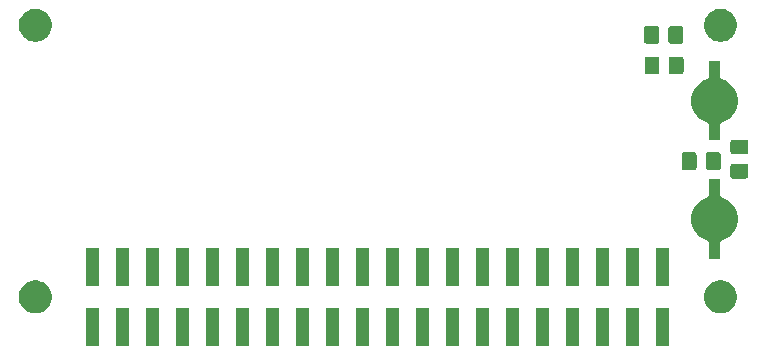
<source format=gbr>
G04 #@! TF.GenerationSoftware,KiCad,Pcbnew,5.1.0*
G04 #@! TF.CreationDate,2019-12-31T07:13:36-05:00*
G04 #@! TF.ProjectId,Capacitive_Touch_Lid,43617061-6369-4746-9976-655f546f7563,rev?*
G04 #@! TF.SameCoordinates,Original*
G04 #@! TF.FileFunction,Soldermask,Top*
G04 #@! TF.FilePolarity,Negative*
%FSLAX46Y46*%
G04 Gerber Fmt 4.6, Leading zero omitted, Abs format (unit mm)*
G04 Created by KiCad (PCBNEW 5.1.0) date 2019-12-31 07:13:36*
%MOMM*%
%LPD*%
G04 APERTURE LIST*
%ADD10C,0.100000*%
G04 APERTURE END LIST*
D10*
G36*
X139681000Y-108751000D02*
G01*
X138579000Y-108751000D01*
X138579000Y-105499000D01*
X139681000Y-105499000D01*
X139681000Y-108751000D01*
X139681000Y-108751000D01*
G37*
G36*
X114281000Y-108751000D02*
G01*
X113179000Y-108751000D01*
X113179000Y-105499000D01*
X114281000Y-105499000D01*
X114281000Y-108751000D01*
X114281000Y-108751000D01*
G37*
G36*
X91421000Y-108751000D02*
G01*
X90319000Y-108751000D01*
X90319000Y-105499000D01*
X91421000Y-105499000D01*
X91421000Y-108751000D01*
X91421000Y-108751000D01*
G37*
G36*
X93961000Y-108751000D02*
G01*
X92859000Y-108751000D01*
X92859000Y-105499000D01*
X93961000Y-105499000D01*
X93961000Y-108751000D01*
X93961000Y-108751000D01*
G37*
G36*
X96501000Y-108751000D02*
G01*
X95399000Y-108751000D01*
X95399000Y-105499000D01*
X96501000Y-105499000D01*
X96501000Y-108751000D01*
X96501000Y-108751000D01*
G37*
G36*
X99041000Y-108751000D02*
G01*
X97939000Y-108751000D01*
X97939000Y-105499000D01*
X99041000Y-105499000D01*
X99041000Y-108751000D01*
X99041000Y-108751000D01*
G37*
G36*
X101581000Y-108751000D02*
G01*
X100479000Y-108751000D01*
X100479000Y-105499000D01*
X101581000Y-105499000D01*
X101581000Y-108751000D01*
X101581000Y-108751000D01*
G37*
G36*
X104121000Y-108751000D02*
G01*
X103019000Y-108751000D01*
X103019000Y-105499000D01*
X104121000Y-105499000D01*
X104121000Y-108751000D01*
X104121000Y-108751000D01*
G37*
G36*
X106661000Y-108751000D02*
G01*
X105559000Y-108751000D01*
X105559000Y-105499000D01*
X106661000Y-105499000D01*
X106661000Y-108751000D01*
X106661000Y-108751000D01*
G37*
G36*
X109201000Y-108751000D02*
G01*
X108099000Y-108751000D01*
X108099000Y-105499000D01*
X109201000Y-105499000D01*
X109201000Y-108751000D01*
X109201000Y-108751000D01*
G37*
G36*
X111741000Y-108751000D02*
G01*
X110639000Y-108751000D01*
X110639000Y-105499000D01*
X111741000Y-105499000D01*
X111741000Y-108751000D01*
X111741000Y-108751000D01*
G37*
G36*
X119361000Y-108751000D02*
G01*
X118259000Y-108751000D01*
X118259000Y-105499000D01*
X119361000Y-105499000D01*
X119361000Y-108751000D01*
X119361000Y-108751000D01*
G37*
G36*
X121901000Y-108751000D02*
G01*
X120799000Y-108751000D01*
X120799000Y-105499000D01*
X121901000Y-105499000D01*
X121901000Y-108751000D01*
X121901000Y-108751000D01*
G37*
G36*
X124441000Y-108751000D02*
G01*
X123339000Y-108751000D01*
X123339000Y-105499000D01*
X124441000Y-105499000D01*
X124441000Y-108751000D01*
X124441000Y-108751000D01*
G37*
G36*
X126981000Y-108751000D02*
G01*
X125879000Y-108751000D01*
X125879000Y-105499000D01*
X126981000Y-105499000D01*
X126981000Y-108751000D01*
X126981000Y-108751000D01*
G37*
G36*
X129521000Y-108751000D02*
G01*
X128419000Y-108751000D01*
X128419000Y-105499000D01*
X129521000Y-105499000D01*
X129521000Y-108751000D01*
X129521000Y-108751000D01*
G37*
G36*
X132061000Y-108751000D02*
G01*
X130959000Y-108751000D01*
X130959000Y-105499000D01*
X132061000Y-105499000D01*
X132061000Y-108751000D01*
X132061000Y-108751000D01*
G37*
G36*
X134601000Y-108751000D02*
G01*
X133499000Y-108751000D01*
X133499000Y-105499000D01*
X134601000Y-105499000D01*
X134601000Y-108751000D01*
X134601000Y-108751000D01*
G37*
G36*
X137141000Y-108751000D02*
G01*
X136039000Y-108751000D01*
X136039000Y-105499000D01*
X137141000Y-105499000D01*
X137141000Y-108751000D01*
X137141000Y-108751000D01*
G37*
G36*
X116821000Y-108751000D02*
G01*
X115719000Y-108751000D01*
X115719000Y-105499000D01*
X116821000Y-105499000D01*
X116821000Y-108751000D01*
X116821000Y-108751000D01*
G37*
G36*
X86318433Y-103234893D02*
G01*
X86408657Y-103252839D01*
X86514267Y-103296585D01*
X86663621Y-103358449D01*
X86663622Y-103358450D01*
X86893086Y-103511772D01*
X87088228Y-103706914D01*
X87190675Y-103860237D01*
X87241551Y-103936379D01*
X87347161Y-104191344D01*
X87401000Y-104462012D01*
X87401000Y-104737988D01*
X87347161Y-105008656D01*
X87241551Y-105263621D01*
X87241550Y-105263622D01*
X87088228Y-105493086D01*
X86893086Y-105688228D01*
X86739763Y-105790675D01*
X86663621Y-105841551D01*
X86514267Y-105903415D01*
X86408657Y-105947161D01*
X86318433Y-105965107D01*
X86137988Y-106001000D01*
X85862012Y-106001000D01*
X85681567Y-105965107D01*
X85591343Y-105947161D01*
X85485733Y-105903415D01*
X85336379Y-105841551D01*
X85260237Y-105790675D01*
X85106914Y-105688228D01*
X84911772Y-105493086D01*
X84758450Y-105263622D01*
X84758449Y-105263621D01*
X84652839Y-105008656D01*
X84599000Y-104737988D01*
X84599000Y-104462012D01*
X84652839Y-104191344D01*
X84758449Y-103936379D01*
X84809325Y-103860237D01*
X84911772Y-103706914D01*
X85106914Y-103511772D01*
X85336378Y-103358450D01*
X85336379Y-103358449D01*
X85485733Y-103296585D01*
X85591343Y-103252839D01*
X85681567Y-103234893D01*
X85862012Y-103199000D01*
X86137988Y-103199000D01*
X86318433Y-103234893D01*
X86318433Y-103234893D01*
G37*
G36*
X144318433Y-103234893D02*
G01*
X144408657Y-103252839D01*
X144514267Y-103296585D01*
X144663621Y-103358449D01*
X144663622Y-103358450D01*
X144893086Y-103511772D01*
X145088228Y-103706914D01*
X145190675Y-103860237D01*
X145241551Y-103936379D01*
X145347161Y-104191344D01*
X145401000Y-104462012D01*
X145401000Y-104737988D01*
X145347161Y-105008656D01*
X145241551Y-105263621D01*
X145241550Y-105263622D01*
X145088228Y-105493086D01*
X144893086Y-105688228D01*
X144739763Y-105790675D01*
X144663621Y-105841551D01*
X144514267Y-105903415D01*
X144408657Y-105947161D01*
X144318433Y-105965107D01*
X144137988Y-106001000D01*
X143862012Y-106001000D01*
X143681567Y-105965107D01*
X143591343Y-105947161D01*
X143485733Y-105903415D01*
X143336379Y-105841551D01*
X143260237Y-105790675D01*
X143106914Y-105688228D01*
X142911772Y-105493086D01*
X142758450Y-105263622D01*
X142758449Y-105263621D01*
X142652839Y-105008656D01*
X142599000Y-104737988D01*
X142599000Y-104462012D01*
X142652839Y-104191344D01*
X142758449Y-103936379D01*
X142809325Y-103860237D01*
X142911772Y-103706914D01*
X143106914Y-103511772D01*
X143336378Y-103358450D01*
X143336379Y-103358449D01*
X143485733Y-103296585D01*
X143591343Y-103252839D01*
X143681567Y-103234893D01*
X143862012Y-103199000D01*
X144137988Y-103199000D01*
X144318433Y-103234893D01*
X144318433Y-103234893D01*
G37*
G36*
X91421000Y-103701000D02*
G01*
X90319000Y-103701000D01*
X90319000Y-100449000D01*
X91421000Y-100449000D01*
X91421000Y-103701000D01*
X91421000Y-103701000D01*
G37*
G36*
X93961000Y-103701000D02*
G01*
X92859000Y-103701000D01*
X92859000Y-100449000D01*
X93961000Y-100449000D01*
X93961000Y-103701000D01*
X93961000Y-103701000D01*
G37*
G36*
X96501000Y-103701000D02*
G01*
X95399000Y-103701000D01*
X95399000Y-100449000D01*
X96501000Y-100449000D01*
X96501000Y-103701000D01*
X96501000Y-103701000D01*
G37*
G36*
X99041000Y-103701000D02*
G01*
X97939000Y-103701000D01*
X97939000Y-100449000D01*
X99041000Y-100449000D01*
X99041000Y-103701000D01*
X99041000Y-103701000D01*
G37*
G36*
X139681000Y-103701000D02*
G01*
X138579000Y-103701000D01*
X138579000Y-100449000D01*
X139681000Y-100449000D01*
X139681000Y-103701000D01*
X139681000Y-103701000D01*
G37*
G36*
X109201000Y-103701000D02*
G01*
X108099000Y-103701000D01*
X108099000Y-100449000D01*
X109201000Y-100449000D01*
X109201000Y-103701000D01*
X109201000Y-103701000D01*
G37*
G36*
X137141000Y-103701000D02*
G01*
X136039000Y-103701000D01*
X136039000Y-100449000D01*
X137141000Y-100449000D01*
X137141000Y-103701000D01*
X137141000Y-103701000D01*
G37*
G36*
X134601000Y-103701000D02*
G01*
X133499000Y-103701000D01*
X133499000Y-100449000D01*
X134601000Y-100449000D01*
X134601000Y-103701000D01*
X134601000Y-103701000D01*
G37*
G36*
X132061000Y-103701000D02*
G01*
X130959000Y-103701000D01*
X130959000Y-100449000D01*
X132061000Y-100449000D01*
X132061000Y-103701000D01*
X132061000Y-103701000D01*
G37*
G36*
X129521000Y-103701000D02*
G01*
X128419000Y-103701000D01*
X128419000Y-100449000D01*
X129521000Y-100449000D01*
X129521000Y-103701000D01*
X129521000Y-103701000D01*
G37*
G36*
X124441000Y-103701000D02*
G01*
X123339000Y-103701000D01*
X123339000Y-100449000D01*
X124441000Y-100449000D01*
X124441000Y-103701000D01*
X124441000Y-103701000D01*
G37*
G36*
X121901000Y-103701000D02*
G01*
X120799000Y-103701000D01*
X120799000Y-100449000D01*
X121901000Y-100449000D01*
X121901000Y-103701000D01*
X121901000Y-103701000D01*
G37*
G36*
X104121000Y-103701000D02*
G01*
X103019000Y-103701000D01*
X103019000Y-100449000D01*
X104121000Y-100449000D01*
X104121000Y-103701000D01*
X104121000Y-103701000D01*
G37*
G36*
X106661000Y-103701000D02*
G01*
X105559000Y-103701000D01*
X105559000Y-100449000D01*
X106661000Y-100449000D01*
X106661000Y-103701000D01*
X106661000Y-103701000D01*
G37*
G36*
X111741000Y-103701000D02*
G01*
X110639000Y-103701000D01*
X110639000Y-100449000D01*
X111741000Y-100449000D01*
X111741000Y-103701000D01*
X111741000Y-103701000D01*
G37*
G36*
X114281000Y-103701000D02*
G01*
X113179000Y-103701000D01*
X113179000Y-100449000D01*
X114281000Y-100449000D01*
X114281000Y-103701000D01*
X114281000Y-103701000D01*
G37*
G36*
X116821000Y-103701000D02*
G01*
X115719000Y-103701000D01*
X115719000Y-100449000D01*
X116821000Y-100449000D01*
X116821000Y-103701000D01*
X116821000Y-103701000D01*
G37*
G36*
X101581000Y-103701000D02*
G01*
X100479000Y-103701000D01*
X100479000Y-100449000D01*
X101581000Y-100449000D01*
X101581000Y-103701000D01*
X101581000Y-103701000D01*
G37*
G36*
X119361000Y-103701000D02*
G01*
X118259000Y-103701000D01*
X118259000Y-100449000D01*
X119361000Y-100449000D01*
X119361000Y-103701000D01*
X119361000Y-103701000D01*
G37*
G36*
X126981000Y-103701000D02*
G01*
X125879000Y-103701000D01*
X125879000Y-100449000D01*
X126981000Y-100449000D01*
X126981000Y-103701000D01*
X126981000Y-103701000D01*
G37*
G36*
X143996000Y-96010180D02*
G01*
X143998402Y-96034566D01*
X144005515Y-96058015D01*
X144017066Y-96079626D01*
X144032611Y-96098568D01*
X144051553Y-96114113D01*
X144073164Y-96125664D01*
X144424143Y-96271045D01*
X144424145Y-96271046D01*
X144743690Y-96484559D01*
X145015441Y-96756310D01*
X145228954Y-97075855D01*
X145228955Y-97075857D01*
X145376025Y-97430915D01*
X145451000Y-97807842D01*
X145451000Y-98192158D01*
X145376025Y-98569085D01*
X145228955Y-98924143D01*
X145228954Y-98924145D01*
X145015441Y-99243690D01*
X144743690Y-99515441D01*
X144424145Y-99728954D01*
X144424144Y-99728955D01*
X144424143Y-99728955D01*
X144073164Y-99874336D01*
X144051553Y-99885887D01*
X144032611Y-99901432D01*
X144017066Y-99920374D01*
X144005515Y-99941985D01*
X143998402Y-99965434D01*
X143996000Y-99989820D01*
X143996000Y-101351000D01*
X143004000Y-101351000D01*
X143004000Y-99989820D01*
X143001598Y-99965434D01*
X142994485Y-99941985D01*
X142982934Y-99920374D01*
X142967389Y-99901432D01*
X142948447Y-99885887D01*
X142926836Y-99874336D01*
X142575857Y-99728955D01*
X142575856Y-99728955D01*
X142575855Y-99728954D01*
X142256310Y-99515441D01*
X141984559Y-99243690D01*
X141771046Y-98924145D01*
X141771045Y-98924143D01*
X141623975Y-98569085D01*
X141549000Y-98192158D01*
X141549000Y-97807842D01*
X141623975Y-97430915D01*
X141771045Y-97075857D01*
X141771046Y-97075855D01*
X141984559Y-96756310D01*
X142256310Y-96484559D01*
X142575855Y-96271046D01*
X142575857Y-96271045D01*
X142926836Y-96125664D01*
X142948447Y-96114113D01*
X142967389Y-96098568D01*
X142982934Y-96079626D01*
X142994485Y-96058015D01*
X143001598Y-96034566D01*
X143004000Y-96010180D01*
X143004000Y-94649000D01*
X143996000Y-94649000D01*
X143996000Y-96010180D01*
X143996000Y-96010180D01*
G37*
G36*
X146188674Y-93328464D02*
G01*
X146226367Y-93339898D01*
X146261103Y-93358465D01*
X146291548Y-93383451D01*
X146316534Y-93413896D01*
X146335101Y-93448632D01*
X146346535Y-93486325D01*
X146351000Y-93531660D01*
X146351000Y-94368338D01*
X146346535Y-94413673D01*
X146335101Y-94451366D01*
X146316534Y-94486102D01*
X146291548Y-94516547D01*
X146261103Y-94541533D01*
X146226367Y-94560100D01*
X146188674Y-94571534D01*
X146143339Y-94575999D01*
X145056661Y-94575999D01*
X145011326Y-94571534D01*
X144973633Y-94560100D01*
X144938897Y-94541533D01*
X144908452Y-94516547D01*
X144883466Y-94486102D01*
X144864899Y-94451366D01*
X144853465Y-94413673D01*
X144849000Y-94368338D01*
X144849000Y-93531660D01*
X144853465Y-93486325D01*
X144864899Y-93448632D01*
X144883466Y-93413896D01*
X144908452Y-93383451D01*
X144938897Y-93358465D01*
X144973633Y-93339898D01*
X145011326Y-93328464D01*
X145056661Y-93323999D01*
X146143339Y-93323999D01*
X146188674Y-93328464D01*
X146188674Y-93328464D01*
G37*
G36*
X141813674Y-92353465D02*
G01*
X141851367Y-92364899D01*
X141886103Y-92383466D01*
X141916548Y-92408452D01*
X141941534Y-92438897D01*
X141960101Y-92473633D01*
X141971535Y-92511326D01*
X141976000Y-92556661D01*
X141976000Y-93643339D01*
X141971535Y-93688674D01*
X141960101Y-93726367D01*
X141941534Y-93761103D01*
X141916548Y-93791548D01*
X141886103Y-93816534D01*
X141851367Y-93835101D01*
X141813674Y-93846535D01*
X141768339Y-93851000D01*
X140931661Y-93851000D01*
X140886326Y-93846535D01*
X140848633Y-93835101D01*
X140813897Y-93816534D01*
X140783452Y-93791548D01*
X140758466Y-93761103D01*
X140739899Y-93726367D01*
X140728465Y-93688674D01*
X140724000Y-93643339D01*
X140724000Y-92556661D01*
X140728465Y-92511326D01*
X140739899Y-92473633D01*
X140758466Y-92438897D01*
X140783452Y-92408452D01*
X140813897Y-92383466D01*
X140848633Y-92364899D01*
X140886326Y-92353465D01*
X140931661Y-92349000D01*
X141768339Y-92349000D01*
X141813674Y-92353465D01*
X141813674Y-92353465D01*
G37*
G36*
X143863674Y-92353465D02*
G01*
X143901367Y-92364899D01*
X143936103Y-92383466D01*
X143966548Y-92408452D01*
X143991534Y-92438897D01*
X144010101Y-92473633D01*
X144021535Y-92511326D01*
X144026000Y-92556661D01*
X144026000Y-93643339D01*
X144021535Y-93688674D01*
X144010101Y-93726367D01*
X143991534Y-93761103D01*
X143966548Y-93791548D01*
X143936103Y-93816534D01*
X143901367Y-93835101D01*
X143863674Y-93846535D01*
X143818339Y-93851000D01*
X142981661Y-93851000D01*
X142936326Y-93846535D01*
X142898633Y-93835101D01*
X142863897Y-93816534D01*
X142833452Y-93791548D01*
X142808466Y-93761103D01*
X142789899Y-93726367D01*
X142778465Y-93688674D01*
X142774000Y-93643339D01*
X142774000Y-92556661D01*
X142778465Y-92511326D01*
X142789899Y-92473633D01*
X142808466Y-92438897D01*
X142833452Y-92408452D01*
X142863897Y-92383466D01*
X142898633Y-92364899D01*
X142936326Y-92353465D01*
X142981661Y-92349000D01*
X143818339Y-92349000D01*
X143863674Y-92353465D01*
X143863674Y-92353465D01*
G37*
G36*
X146188674Y-91278464D02*
G01*
X146226367Y-91289898D01*
X146261103Y-91308465D01*
X146291548Y-91333451D01*
X146316534Y-91363896D01*
X146335101Y-91398632D01*
X146346535Y-91436325D01*
X146351000Y-91481660D01*
X146351000Y-92318338D01*
X146346535Y-92363673D01*
X146335101Y-92401366D01*
X146316534Y-92436102D01*
X146291548Y-92466547D01*
X146261103Y-92491533D01*
X146226367Y-92510100D01*
X146188674Y-92521534D01*
X146143339Y-92525999D01*
X145056661Y-92525999D01*
X145011326Y-92521534D01*
X144973633Y-92510100D01*
X144938897Y-92491533D01*
X144908452Y-92466547D01*
X144883466Y-92436102D01*
X144864899Y-92401366D01*
X144853465Y-92363673D01*
X144849000Y-92318338D01*
X144849000Y-91481660D01*
X144853465Y-91436325D01*
X144864899Y-91398632D01*
X144883466Y-91363896D01*
X144908452Y-91333451D01*
X144938897Y-91308465D01*
X144973633Y-91289898D01*
X145011326Y-91278464D01*
X145056661Y-91273999D01*
X146143339Y-91273999D01*
X146188674Y-91278464D01*
X146188674Y-91278464D01*
G37*
G36*
X143996000Y-86010180D02*
G01*
X143998402Y-86034566D01*
X144005515Y-86058015D01*
X144017066Y-86079626D01*
X144032611Y-86098568D01*
X144051553Y-86114113D01*
X144073164Y-86125664D01*
X144424143Y-86271045D01*
X144424145Y-86271046D01*
X144743690Y-86484559D01*
X145015441Y-86756310D01*
X145228954Y-87075855D01*
X145228955Y-87075857D01*
X145376025Y-87430915D01*
X145451000Y-87807842D01*
X145451000Y-88192158D01*
X145376025Y-88569085D01*
X145228955Y-88924143D01*
X145228954Y-88924145D01*
X145015441Y-89243690D01*
X144743690Y-89515441D01*
X144424145Y-89728954D01*
X144424144Y-89728955D01*
X144424143Y-89728955D01*
X144073164Y-89874336D01*
X144051553Y-89885887D01*
X144032611Y-89901432D01*
X144017066Y-89920374D01*
X144005515Y-89941985D01*
X143998402Y-89965434D01*
X143996000Y-89989820D01*
X143996000Y-91351000D01*
X143004000Y-91351000D01*
X143004000Y-89989820D01*
X143001598Y-89965434D01*
X142994485Y-89941985D01*
X142982934Y-89920374D01*
X142967389Y-89901432D01*
X142948447Y-89885887D01*
X142926836Y-89874336D01*
X142575857Y-89728955D01*
X142575856Y-89728955D01*
X142575855Y-89728954D01*
X142256310Y-89515441D01*
X141984559Y-89243690D01*
X141771046Y-88924145D01*
X141771045Y-88924143D01*
X141623975Y-88569085D01*
X141549000Y-88192158D01*
X141549000Y-87807842D01*
X141623975Y-87430915D01*
X141771045Y-87075857D01*
X141771046Y-87075855D01*
X141984559Y-86756310D01*
X142256310Y-86484559D01*
X142575855Y-86271046D01*
X142575857Y-86271045D01*
X142926836Y-86125664D01*
X142948447Y-86114113D01*
X142967389Y-86098568D01*
X142982934Y-86079626D01*
X142994485Y-86058015D01*
X143001598Y-86034566D01*
X143004000Y-86010180D01*
X143004000Y-84649000D01*
X143996000Y-84649000D01*
X143996000Y-86010180D01*
X143996000Y-86010180D01*
G37*
G36*
X140713674Y-84253465D02*
G01*
X140751367Y-84264899D01*
X140786103Y-84283466D01*
X140816548Y-84308452D01*
X140841534Y-84338897D01*
X140860101Y-84373633D01*
X140871535Y-84411326D01*
X140876000Y-84456661D01*
X140876000Y-85543339D01*
X140871535Y-85588674D01*
X140860101Y-85626367D01*
X140841534Y-85661103D01*
X140816548Y-85691548D01*
X140786103Y-85716534D01*
X140751367Y-85735101D01*
X140713674Y-85746535D01*
X140668339Y-85751000D01*
X139831661Y-85751000D01*
X139786326Y-85746535D01*
X139748633Y-85735101D01*
X139713897Y-85716534D01*
X139683452Y-85691548D01*
X139658466Y-85661103D01*
X139639899Y-85626367D01*
X139628465Y-85588674D01*
X139624000Y-85543339D01*
X139624000Y-84456661D01*
X139628465Y-84411326D01*
X139639899Y-84373633D01*
X139658466Y-84338897D01*
X139683452Y-84308452D01*
X139713897Y-84283466D01*
X139748633Y-84264899D01*
X139786326Y-84253465D01*
X139831661Y-84249000D01*
X140668339Y-84249000D01*
X140713674Y-84253465D01*
X140713674Y-84253465D01*
G37*
G36*
X138663674Y-84253465D02*
G01*
X138701367Y-84264899D01*
X138736103Y-84283466D01*
X138766548Y-84308452D01*
X138791534Y-84338897D01*
X138810101Y-84373633D01*
X138821535Y-84411326D01*
X138826000Y-84456661D01*
X138826000Y-85543339D01*
X138821535Y-85588674D01*
X138810101Y-85626367D01*
X138791534Y-85661103D01*
X138766548Y-85691548D01*
X138736103Y-85716534D01*
X138701367Y-85735101D01*
X138663674Y-85746535D01*
X138618339Y-85751000D01*
X137781661Y-85751000D01*
X137736326Y-85746535D01*
X137698633Y-85735101D01*
X137663897Y-85716534D01*
X137633452Y-85691548D01*
X137608466Y-85661103D01*
X137589899Y-85626367D01*
X137578465Y-85588674D01*
X137574000Y-85543339D01*
X137574000Y-84456661D01*
X137578465Y-84411326D01*
X137589899Y-84373633D01*
X137608466Y-84338897D01*
X137633452Y-84308452D01*
X137663897Y-84283466D01*
X137698633Y-84264899D01*
X137736326Y-84253465D01*
X137781661Y-84249000D01*
X138618339Y-84249000D01*
X138663674Y-84253465D01*
X138663674Y-84253465D01*
G37*
G36*
X140688674Y-81653465D02*
G01*
X140726367Y-81664899D01*
X140761103Y-81683466D01*
X140791548Y-81708452D01*
X140816534Y-81738897D01*
X140835101Y-81773633D01*
X140846535Y-81811326D01*
X140851000Y-81856661D01*
X140851000Y-82943339D01*
X140846535Y-82988674D01*
X140835101Y-83026367D01*
X140816534Y-83061103D01*
X140791548Y-83091548D01*
X140761103Y-83116534D01*
X140726367Y-83135101D01*
X140688674Y-83146535D01*
X140643339Y-83151000D01*
X139806661Y-83151000D01*
X139761326Y-83146535D01*
X139723633Y-83135101D01*
X139688897Y-83116534D01*
X139658452Y-83091548D01*
X139633466Y-83061103D01*
X139614899Y-83026367D01*
X139603465Y-82988674D01*
X139599000Y-82943339D01*
X139599000Y-81856661D01*
X139603465Y-81811326D01*
X139614899Y-81773633D01*
X139633466Y-81738897D01*
X139658452Y-81708452D01*
X139688897Y-81683466D01*
X139723633Y-81664899D01*
X139761326Y-81653465D01*
X139806661Y-81649000D01*
X140643339Y-81649000D01*
X140688674Y-81653465D01*
X140688674Y-81653465D01*
G37*
G36*
X138638674Y-81653465D02*
G01*
X138676367Y-81664899D01*
X138711103Y-81683466D01*
X138741548Y-81708452D01*
X138766534Y-81738897D01*
X138785101Y-81773633D01*
X138796535Y-81811326D01*
X138801000Y-81856661D01*
X138801000Y-82943339D01*
X138796535Y-82988674D01*
X138785101Y-83026367D01*
X138766534Y-83061103D01*
X138741548Y-83091548D01*
X138711103Y-83116534D01*
X138676367Y-83135101D01*
X138638674Y-83146535D01*
X138593339Y-83151000D01*
X137756661Y-83151000D01*
X137711326Y-83146535D01*
X137673633Y-83135101D01*
X137638897Y-83116534D01*
X137608452Y-83091548D01*
X137583466Y-83061103D01*
X137564899Y-83026367D01*
X137553465Y-82988674D01*
X137549000Y-82943339D01*
X137549000Y-81856661D01*
X137553465Y-81811326D01*
X137564899Y-81773633D01*
X137583466Y-81738897D01*
X137608452Y-81708452D01*
X137638897Y-81683466D01*
X137673633Y-81664899D01*
X137711326Y-81653465D01*
X137756661Y-81649000D01*
X138593339Y-81649000D01*
X138638674Y-81653465D01*
X138638674Y-81653465D01*
G37*
G36*
X144318433Y-80234893D02*
G01*
X144408657Y-80252839D01*
X144514267Y-80296585D01*
X144663621Y-80358449D01*
X144663622Y-80358450D01*
X144893086Y-80511772D01*
X145088228Y-80706914D01*
X145190675Y-80860237D01*
X145241551Y-80936379D01*
X145347161Y-81191344D01*
X145401000Y-81462012D01*
X145401000Y-81737988D01*
X145347161Y-82008656D01*
X145241551Y-82263621D01*
X145241550Y-82263622D01*
X145088228Y-82493086D01*
X144893086Y-82688228D01*
X144739763Y-82790675D01*
X144663621Y-82841551D01*
X144514267Y-82903415D01*
X144408657Y-82947161D01*
X144318433Y-82965107D01*
X144137988Y-83001000D01*
X143862012Y-83001000D01*
X143681567Y-82965107D01*
X143591343Y-82947161D01*
X143485733Y-82903415D01*
X143336379Y-82841551D01*
X143260237Y-82790675D01*
X143106914Y-82688228D01*
X142911772Y-82493086D01*
X142758450Y-82263622D01*
X142758449Y-82263621D01*
X142652839Y-82008656D01*
X142599000Y-81737988D01*
X142599000Y-81462012D01*
X142652839Y-81191344D01*
X142758449Y-80936379D01*
X142809325Y-80860237D01*
X142911772Y-80706914D01*
X143106914Y-80511772D01*
X143336378Y-80358450D01*
X143336379Y-80358449D01*
X143485733Y-80296585D01*
X143591343Y-80252839D01*
X143681567Y-80234893D01*
X143862012Y-80199000D01*
X144137988Y-80199000D01*
X144318433Y-80234893D01*
X144318433Y-80234893D01*
G37*
G36*
X86318433Y-80234893D02*
G01*
X86408657Y-80252839D01*
X86514267Y-80296585D01*
X86663621Y-80358449D01*
X86663622Y-80358450D01*
X86893086Y-80511772D01*
X87088228Y-80706914D01*
X87190675Y-80860237D01*
X87241551Y-80936379D01*
X87347161Y-81191344D01*
X87401000Y-81462012D01*
X87401000Y-81737988D01*
X87347161Y-82008656D01*
X87241551Y-82263621D01*
X87241550Y-82263622D01*
X87088228Y-82493086D01*
X86893086Y-82688228D01*
X86739763Y-82790675D01*
X86663621Y-82841551D01*
X86514267Y-82903415D01*
X86408657Y-82947161D01*
X86318433Y-82965107D01*
X86137988Y-83001000D01*
X85862012Y-83001000D01*
X85681567Y-82965107D01*
X85591343Y-82947161D01*
X85485733Y-82903415D01*
X85336379Y-82841551D01*
X85260237Y-82790675D01*
X85106914Y-82688228D01*
X84911772Y-82493086D01*
X84758450Y-82263622D01*
X84758449Y-82263621D01*
X84652839Y-82008656D01*
X84599000Y-81737988D01*
X84599000Y-81462012D01*
X84652839Y-81191344D01*
X84758449Y-80936379D01*
X84809325Y-80860237D01*
X84911772Y-80706914D01*
X85106914Y-80511772D01*
X85336378Y-80358450D01*
X85336379Y-80358449D01*
X85485733Y-80296585D01*
X85591343Y-80252839D01*
X85681567Y-80234893D01*
X85862012Y-80199000D01*
X86137988Y-80199000D01*
X86318433Y-80234893D01*
X86318433Y-80234893D01*
G37*
M02*

</source>
